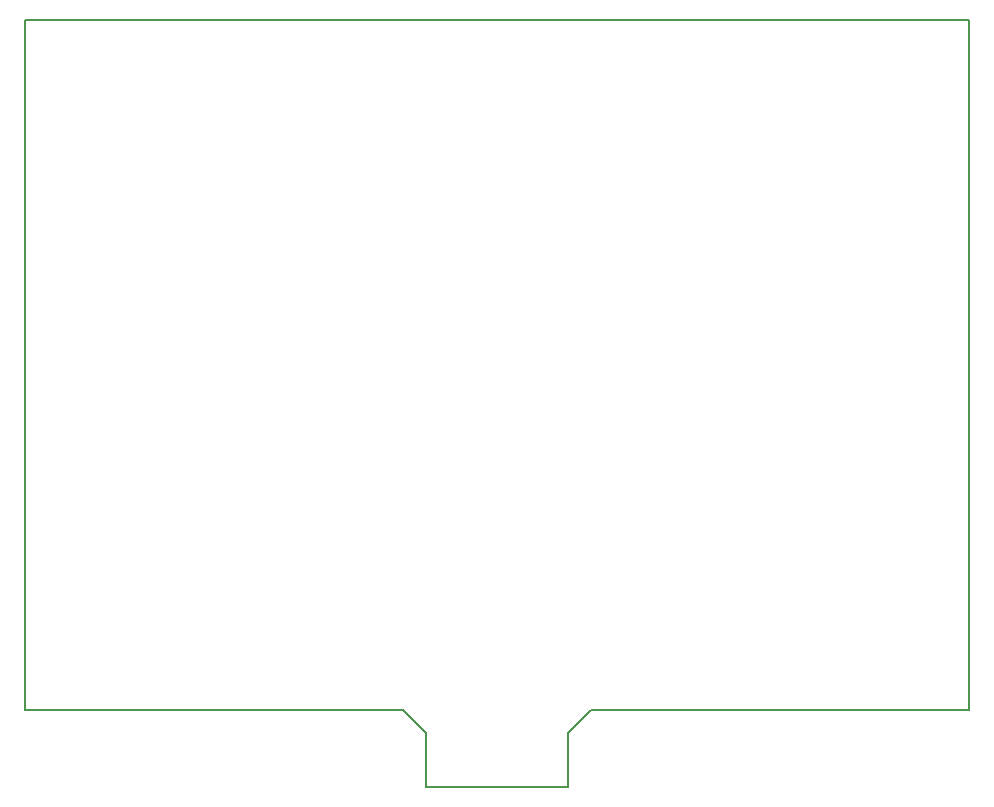
<source format=gko>
%FSTAX23Y23*%
%MOIN*%
%SFA1B1*%

%IPPOS*%
%ADD73C,0.007870*%
%LNunisolder52_front-1*%
%LPD*%
G54D73*
X-01574Y-01299D02*
Y01D01*
X01574*
Y-01299D02*
Y01D01*
X00314Y-01299D02*
X01574D01*
X00236Y-01377D02*
X00314Y-01299D01*
X00236Y-01555D02*
Y-01377D01*
X-00236Y-01555D02*
X00236D01*
X-00236D02*
Y-01377D01*
X-00314Y-01299D02*
X-00236Y-01377D01*
X-01574Y-01299D02*
X-00314D01*
M02*
</source>
